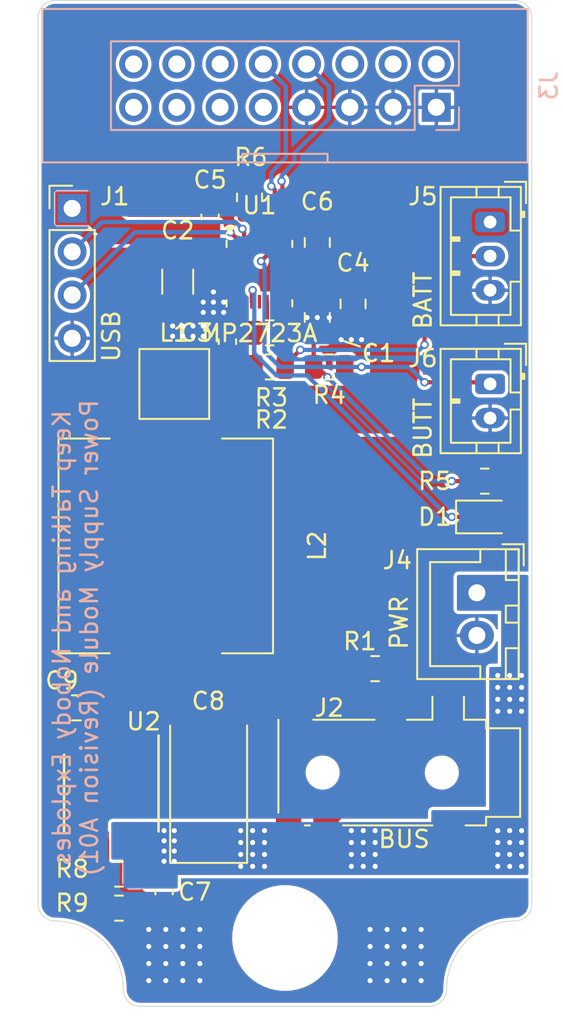
<source format=kicad_pcb>
(kicad_pcb (version 20211014) (generator pcbnew)
  (layers (0 "F.Cu" signal) (31 "B.Cu" signal) (34 "B.Paste" user) (35 "F.Paste" user) (36 "B.SilkS" user "B.Silkscreen") (37 "F.SilkS" user "F.Silkscreen") (38 "B.Mask" user) (39 "F.Mask" user) (44 "Edge.Cuts" user))
  (net 0 "")
  (net 1 "+BATT")
  (net 2 "Net-(J2-Pad3)")
  (net 3 "VBUS")
  (net 4 "VREF")
  (net 5 "Net-(C3-Pad1)")
  (net 6 "+VSW")
  (net 7 "Net-(D1-Pad1)")
  (net 8 "Net-(D1-Pad2)")
  (net 9 "+5V")
  (net 10 "USB-DM")
  (net 11 "USB-DP")
  (net 12 "Net-(J6-Pad1)")
  (net 14 "SCL")
  (net 15 "SDA")
  (net 16 "Net-(C2-Pad1)")
  (net 17 "Net-(C3-Pad2)")
  (net 18 "Net-(J2-Pad4)")
  (net 28 "Net-(J5-Pad2)")
  (net 29 "Net-(R6-Pad1)")
  (net 30 "Net-(L2-Pad2)")
  (net 31 "Net-(R2-Pad1)")
  (net 32 "Net-(R2-Pad2)")
  (net 33 "GND")
  (net 35 "Net-(R8-Pad2)")
  (footprint "MountingHole:MountingHole_3.2mm_M3" (layer "F.Cu") (at 35 75.5)
    (fp_text reference "REF**" hide)
    (fp_text value "MountingHole_3.2mm_M3")
    (pad "" np_thru_hole circle locked (at 0 0) (size 3.2 3.2) (drill 3.2) (layers *.Cu *.Mask))
  )
  (footprint "Capacitor_SMD:C_0805_2012Metric" (layer "F.Cu") (at 36.9 34.7 -90)
    (fp_text reference "C6" (at -2.4 0 180) (layer "F.SilkS"))
    (fp_text value "22uF")
    (pad "1" smd roundrect (at -0.95 0 270) (size 1 1.45) (layers "F.Cu" "F.Paste" "F.Mask") (net 33 "GND"))
    (pad "2" smd roundrect (at 0.95 0 270) (size 1 1.45) (layers "F.Cu" "F.Paste" "F.Mask") (net 1 "+BATT"))
  )
  (footprint "Connector_Audio:Jack_3.5mm_PJ311_Horizontal" (layer "F.Cu") (at 39.914 65.796 -90)
    (fp_text reference "J2" (at -3.796 2.314 -180) (layer "F.SilkS"))
    (fp_text value "BUS" (at 3.904 -2.086) (layer "F.SilkS"))
    (pad "" np_thru_hole circle (at 0 -4.3 270) (size 1.5 1.5) (drill 1.5) (layers *.Cu *.Mask))
    (pad "" np_thru_hole circle (at 0 2.7 270) (size 1.5 1.5) (drill 1.5) (layers *.Cu *.Mask))
    (pad "1" smd rect (at -3.5 -4.7 270) (size 2 1.5) (layers "F.Cu" "F.Paste" "F.Mask") (net 33 "GND"))
    (pad "2" smd rect (at 3.5 -4.7 270) (size 2 1.5) (layers "F.Cu" "F.Paste" "F.Mask") (net 9 "+5V"))
    (pad "3" smd rect (at -3.5 -1.3 270) (size 2 1.5) (layers "F.Cu" "F.Paste" "F.Mask") (net 2 "Net-(J2-Pad3)"))
    (pad "4" smd rect (at 3.5 2.5 270) (size 2 1.5) (layers "F.Cu" "F.Paste" "F.Mask") (net 18 "Net-(J2-Pad4)"))
    (pad "5" smd rect (at 3.5 4.7 270) (size 2 1.5) (layers "F.Cu" "F.Paste" "F.Mask"))
    (pad "6" smd rect (at -3.5 4.2 270) (size 2 1.5) (layers "F.Cu" "F.Paste" "F.Mask"))
  )
  (footprint "Capacitor_SMD:C_0805_2012Metric" (layer "F.Cu") (at 36.9 39.1 90)
    (fp_text reference "C1" (at -2.1 3.6 180) (layer "F.SilkS"))
    (fp_text value "10uF")
    (pad "1" smd roundrect (at -0.95 0 90) (size 1 1.45) (layers "F.Cu" "F.Paste" "F.Mask") (net 4 "VREF"))
    (pad "2" smd roundrect (at 0.95 0 90) (size 1 1.45) (layers "F.Cu" "F.Paste" "F.Mask") (net 33 "GND"))
  )
  (footprint "Connector_PinHeader_2.54mm:PinHeader_1x04_P2.54mm_Vertical" (layer "F.Cu") (at 22.5 32.7)
    (fp_text reference "J1" (at 2.5 -0.7) (layer "F.SilkS"))
    (fp_text value "USB" (at 2.3 7.5 90) (layer "F.SilkS"))
    (pad "1" thru_hole rect (at 0 0) (size 1.7 1.7) (drill 1) (layers *.Cu *.Mask) (net 3 "VBUS"))
    (pad "2" thru_hole oval (at 0 2.54) (size 1.7 1.7) (drill 1) (layers *.Cu *.Mask) (net 10 "USB-DM"))
    (pad "3" thru_hole oval (at 0 5.08) (size 1.7 1.7) (drill 1) (layers *.Cu *.Mask) (net 11 "USB-DP"))
    (pad "4" thru_hole oval (at 0 7.62) (size 1.7 1.7) (drill 1) (layers *.Cu *.Mask) (net 33 "GND"))
  )
  (footprint "Capacitor_SMD:C_0603_1608Metric" (layer "F.Cu") (at 31.62 40.52 -90)
    (fp_text reference "C3" (at -0.52 1.82 -180) (layer "F.SilkS"))
    (fp_text value "47nF")
    (pad "1" smd roundrect (at -0.775 0 270) (size 0.9 0.95) (layers "F.Cu" "F.Paste" "F.Mask") (net 5 "Net-(C3-Pad1)"))
    (pad "2" smd roundrect (at 0.775 0 270) (size 0.9 0.95) (layers "F.Cu" "F.Paste" "F.Mask") (net 17 "Net-(C3-Pad2)"))
  )
  (footprint "Resistor_SMD:R_0805_2012Metric" (layer "F.Cu") (at 25.25 73.75)
    (fp_text reference "R9" (at -2.75 -0.3) (layer "F.SilkS"))
    (fp_text value "NC")
    (pad "1" smd roundrect (at -0.9125 0) (size 1.025 1.4) (layers "F.Cu" "F.Paste" "F.Mask") (roundrect_rratio 0.243902) (net 35 "Net-(R8-Pad2)"))
    (pad "2" smd roundrect (at 0.9125 0) (size 1.025 1.4) (layers "F.Cu" "F.Paste" "F.Mask") (roundrect_rratio 0.243902) (net 33 "GND"))
  )
  (footprint "Capacitor_Tantalum_SMD:CP_EIA-7343-20_Kemet-V" (layer "F.Cu") (at 30.516 66.685 90)
    (fp_text reference "C8" (at 5.085 -0.016 180) (layer "F.SilkS"))
    (fp_text value "220uF")
    (pad "1" smd roundrect (at -3.1125 0 90) (size 2.075 2.55) (layers "F.Cu" "F.Paste" "F.Mask") (roundrect_rratio 0.120482) (net 9 "+5V"))
    (pad "2" smd roundrect (at 3.1125 0 90) (size 2.075 2.55) (layers "F.Cu" "F.Paste" "F.Mask") (roundrect_rratio 0.120482) (net 33 "GND"))
  )
  (footprint "Capacitor_SMD:C_0603_1608Metric" (layer "F.Cu") (at 30.6 33.2 90)
    (fp_text reference "C5" (at 2.175 0 180) (layer "F.SilkS"))
    (fp_text value "1uF")
    (pad "1" smd roundrect (at -0.775 0 90) (size 0.9 0.95) (layers "F.Cu" "F.Paste" "F.Mask") (net 3 "VBUS"))
    (pad "2" smd roundrect (at 0.775 0 90) (size 0.9 0.95) (layers "F.Cu" "F.Paste" "F.Mask") (net 33 "GND"))
  )
  (footprint "Capacitor_SMD:C_1206_3216Metric" (layer "F.Cu") (at 28.7 37 -90)
    (fp_text reference "C2" (at -3 0 180) (layer "F.SilkS"))
    (fp_text value "10uF")
    (pad "1" smd roundrect (at -1.475 0 270) (size 1.15 1.8) (layers "F.Cu" "F.Paste" "F.Mask") (roundrect_rratio 0.217391) (net 16 "Net-(C2-Pad1)"))
    (pad "2" smd roundrect (at 1.475 0 270) (size 1.15 1.8) (layers "F.Cu" "F.Paste" "F.Mask") (roundrect_rratio 0.217391) (net 33 "GND"))
  )
  (footprint "Resistor_SMD:R_0805_2012Metric" (layer "F.Cu") (at 32.92 32.055 90)
    (fp_text reference "R6" (at 2.355 0.08 180) (layer "F.SilkS"))
    (fp_text value "40k")
    (pad "1" smd roundrect (at -0.9125 0 90) (size 1.025 1.4) (layers "F.Cu" "F.Paste" "F.Mask") (roundrect_rratio 0.243902) (net 29 "Net-(R6-Pad1)"))
    (pad "2" smd roundrect (at 0.9125 0 90) (size 1.025 1.4) (layers "F.Cu" "F.Paste" "F.Mask") (roundrect_rratio 0.243902) (net 33 "GND"))
  )
  (footprint "Resistor_SMD:R_0805_2012Metric" (layer "F.Cu") (at 34.1 42)
    (fp_text reference "R3" (at 0.1 1.8) (layer "F.SilkS"))
    (fp_text value "3k")
    (pad "1" smd roundrect (at -0.9125 0) (size 1.025 1.4) (layers "F.Cu" "F.Paste" "F.Mask") (roundrect_rratio 0.243902) (net 32 "Net-(R2-Pad2)"))
    (pad "2" smd roundrect (at 0.9125 0) (size 1.025 1.4) (layers "F.Cu" "F.Paste" "F.Mask") (roundrect_rratio 0.243902) (net 28 "Net-(J5-Pad2)"))
  )
  (footprint "Resistor_SMD:R_0805_2012Metric" (layer "F.Cu") (at 25.25 71.75 180)
    (fp_text reference "R8" (at 2.75 0.3) (layer "F.SilkS"))
    (fp_text value "NC")
    (pad "1" smd roundrect (at -0.9125 0 180) (size 1.025 1.4) (layers "F.Cu" "F.Paste" "F.Mask") (roundrect_rratio 0.243902) (net 9 "+5V"))
    (pad "2" smd roundrect (at 0.9125 0 180) (size 1.025 1.4) (layers "F.Cu" "F.Paste" "F.Mask") (roundrect_rratio 0.243902) (net 35 "Net-(R8-Pad2)"))
  )
  (footprint "Resistor_SMD:R_0805_2012Metric" (layer "F.Cu") (at 40.295 59.7 180)
    (fp_text reference "R1" (at 0.895 1.6) (layer "F.SilkS"))
    (fp_text value "120")
    (pad "1" smd roundrect (at -0.9125 0 180) (size 1.025 1.4) (layers "F.Cu" "F.Paste" "F.Mask") (roundrect_rratio 0.243902) (net 2 "Net-(J2-Pad3)"))
    (pad "2" smd roundrect (at 0.9125 0 180) (size 1.025 1.4) (layers "F.Cu" "F.Paste" "F.Mask") (roundrect_rratio 0.243902) (net 18 "Net-(J2-Pad4)"))
  )
  (footprint "Connector_JST:JST_PH_B3B-PH-K_1x03_P2.00mm_Vertical" (layer "F.Cu") (at 47.05 33.5 -90)
    (fp_text reference "J5" (at -1.5 3.95 180) (layer "F.SilkS"))
    (fp_text value "BATT" (at 4.6 3.95 90) (layer "F.SilkS"))
    (pad "1" thru_hole roundrect (at 0 0 270) (size 1.2 1.75) (drill 0.75) (layers *.Cu *.Mask) (roundrect_rratio 0.208333) (net 1 "+BATT"))
    (pad "2" thru_hole oval (at 2 0 270) (size 1.2 1.75) (drill 0.75) (layers *.Cu *.Mask) (net 28 "Net-(J5-Pad2)"))
    (pad "3" thru_hole oval (at 4 0 270) (size 1.2 1.75) (drill 0.75) (layers *.Cu *.Mask) (net 33 "GND"))
  )
  (footprint "KTANE:MP2723AGQC-0000-P" (layer "F.Cu") (at 33.5 36.525)
    (fp_text reference "U1" (at 0 -4) (layer "F.SilkS"))
    (fp_text value "MP2723A" (at 0 3.5) (layer "F.SilkS"))
    (fp_text user "*" (at -1.7526 -2.2606) (layer "F.SilkS"))
    (fp_text user "*" (at -1.7526 -2.2606) (layer "F.SilkS"))
    (pad "1" smd roundrect (at -1.65 -1.125002) (size 0.9 0.31) (layers "F.Cu" "F.Paste" "F.Mask") (roundrect_rratio 0.15) (net 11 "USB-DP"))
    (pad "1" smd roundrect (at -1.4 -1.2875 180) (size 0.4 0.635) (layers "F.Cu" "F.Paste" "F.Mask") (roundrect_rratio 0.15) (net 11 "USB-DP"))
    (pad "2" smd rect (at -1.45 -0.675) (size 1.2 0.2) (layers "F.Cu" "F.Paste" "F.Mask") (net 3 "VBUS"))
    (pad "3" smd rect (at -1.45 -0.225001) (size 1.2 0.2) (layers "F.Cu" "F.Paste" "F.Mask") (net 16 "Net-(C2-Pad1)"))
    (pad "4" smd rect (at -1.45 0.225001) (size 1.2 0.2) (layers "F.Cu" "F.Paste" "F.Mask") (net 17 "Net-(C3-Pad2)"))
    (pad "5" smd rect (at -1.45 0.675) (size 1.2 0.2) (layers "F.Cu" "F.Paste" "F.Mask") (net 33 "GND"))
    (pad "6" smd roundrect (at -1.65 1.12) (size 0.9 0.299998) (layers "F.Cu" "F.Paste" "F.Mask") (roundrect_rratio 0.15) (net 33 "GND"))
    (pad "6" smd roundrect (at -1.4 1.285 180) (size 0.4 0.63) (layers "F.Cu" "F.Paste" "F.Mask") (roundrect_rratio 0.15) (net 33 "GND"))
    (pad "7" smd roundrect (at -1.35 1.534999 90) (size 1.129998 0.3) (layers "F.Cu" "F.Paste" "F.Mask") (roundrect_rratio 0.15) (net 33 "GND"))
    (pad "8" smd rect (at -0.900001 1.649999 90) (size 0.8 0.2) (layers "F.Cu" "F.Paste" "F.Mask") (net 5 "Net-(C3-Pad1)"))
    (pad "9" smd rect (at -0.449999 1.649999 90) (size 0.8 0.2) (layers "F.Cu" "F.Paste" "F.Mask") (net 7 "Net-(D1-Pad1)"))
    (pad "10" smd rect (at 0 1.649999 90) (size 0.8 0.2) (layers "F.Cu" "F.Paste" "F.Mask"))
    (pad "11" smd rect (at 0.449999 1.649999 90) (size 0.8 0.2) (layers "F.Cu" "F.Paste" "F.Mask") (net 32 "Net-(R2-Pad2)"))
    (pad "12" smd rect (at 0.900001 1.649999 90) (size 0.8 0.2) (layers "F.Cu" "F.Paste" "F.Mask") (net 31 "Net-(R2-Pad1)"))
    (pad "13" smd roundrect (at 1.35 1.54 90) (size 1.13 0.3) (layers "F.Cu" "F.Paste" "F.Mask") (roundrect_rratio 0.15) (net 4 "VREF"))
    (pad "14" smd roundrect (at 1.4 1.285 180) (size 0.4 0.63) (layers "F.Cu" "F.Paste" "F.Mask") (roundrect_rratio 0.15) (net 4 "VREF"))
    (pad "14" smd roundrect (at 1.65 1.125002) (size 0.9 0.31) (layers "F.Cu" "F.Paste" "F.Mask") (roundrect_rratio 0.15) (net 4 "VREF"))
    (pad "15" smd rect (at 1.45 0.675) (size 1.2 0.2) (layers "F.Cu" "F.Paste" "F.Mask") (net 33 "GND"))
    (pad "16" smd rect (at 1.45 0.225001) (size 1.2 0.2) (layers "F.Cu" "F.Paste" "F.Mask") (net 6 "+VSW"))
    (pad "17" smd rect (at 1.45 -0.225001) (size 1.2 0.2) (layers "F.Cu" "F.Paste" "F.Mask") (net 1 "+BATT"))
    (pad "18" smd rect (at 1.45 -0.675) (size 1.2 0.2) (layers "F.Cu" "F.Paste" "F.Mask") (net 33 "GND"))
    (pad "19" smd roundrect (at 1.65 -1.124999) (size 0.9 0.31) (layers "F.Cu" "F.Paste" "F.Mask") (roundrect_rratio 0.15) (net 14 "SCL"))
    (pad "19" smd roundrect (at 1.4 -1.285 180) (size 0.4 0.63) (layers "F.Cu" "F.Paste" "F.Mask") (roundrect_rratio 0.15) (net 14 "SCL"))
    (pad "20" smd roundrect (at 1.35 -1.53 90) (size 1.119998 0.3) (layers "F.Cu" "F.Paste" "F.Mask") (roundrect_rratio 0.15) (net 14 "SCL"))
    (pad "21" smd rect (at 0.900001 -1.649999 90) (size 0.8 0.2) (layers "F.Cu" "F.Paste" "F.Mask") (net 15 "SDA"))
    (pad "22" smd rect (at 0.449999 -1.649999 90) (size 0.8 0.2) (layers "F.Cu" "F.Paste" "F.Mask") (net 12 "Net-(J6-Pad1)"))
    (pad "23" smd rect (at 0 -1.649999 90) (size 0.8 0.2) (layers "F.Cu" "F.Paste" "F.Mask") (net 33 "GND"))
    (pad "24" smd rect (at -0.449999 -1.649999 90) (size 0.8 0.2) (layers "F.Cu" "F.Paste" "F.Mask") (net 29 "Net-(R6-Pad1)"))
    (pad "25" smd rect (at -0.900001 -1.649999 90) (size 0.8 0.2) (layers "F.Cu" "F.Paste" "F.Mask") (net 10 "USB-DM"))
    (pad "26" smd roundrect (at -1.35 -1.54 90) (size 1.129998 0.3) (layers "F.Cu" "F.Paste" "F.Mask") (roundrect_rratio 0.15) (net 11 "USB-DP"))
  )
  (footprint "Resistor_SMD:R_0805_2012Metric" (layer "F.Cu") (at 37.6 42 180)
    (fp_text reference "R4" (at 0 -1.65) (layer "F.SilkS"))
    (fp_text value "10k")
    (pad "1" smd roundrect (at -0.9125 0 180) (size 1.025 1.4) (layers "F.Cu" "F.Paste" "F.Mask") (roundrect_rratio 0.243902) (net 12 "Net-(J6-Pad1)"))
    (pad "2" smd roundrect (at 0.9125 0 180) (size 1.025 1.4) (layers "F.Cu" "F.Paste" "F.Mask") (roundrect_rratio 0.243902) (net 4 "VREF"))
  )
  (footprint "Resistor_SMD:R_0805_2012Metric" (layer "F.Cu") (at 46.7375 48.7 180)
    (fp_text reference "R5" (at 2.9375 0) (layer "F.SilkS"))
    (fp_text value "330")
    (pad "1" smd roundrect (at -0.9125 0 180) (size 1.025 1.4) (layers "F.Cu" "F.Paste" "F.Mask") (roundrect_rratio 0.243902) (net 8 "Net-(D1-Pad2)"))
    (pad "2" smd roundrect (at 0.9125 0 180) (size 1.025 1.4) (layers "F.Cu" "F.Paste" "F.Mask") (roundrect_rratio 0.243902) (net 4 "VREF"))
  )
  (footprint "Resistor_SMD:R_0805_2012Metric" (layer "F.Cu") (at 34.1 40 180)
    (fp_text reference "R2" (at -0.1 -5.1) (layer "F.SilkS"))
    (fp_text value "12k")
    (pad "1" smd roundrect (at -0.9125 0 180) (size 1.025 1.4) (layers "F.Cu" "F.Paste" "F.Mask") (roundrect_rratio 0.243902) (net 31 "Net-(R2-Pad1)"))
    (pad "2" smd roundrect (at 0.9125 0 180) (size 1.025 1.4) (layers "F.Cu" "F.Paste" "F.Mask") (roundrect_rratio 0.243902) (net 32 "Net-(R2-Pad2)"))
  )
  (footprint "Capacitor_SMD:C_0805_2012Metric" (layer "F.Cu") (at 22.75 62 180)
    (fp_text reference "C9" (at 0.85 1.6) (layer "F.SilkS"))
    (fp_text value "10uF")
    (pad "1" smd roundrect (at -0.95 0 180) (size 1 1.45) (layers "F.Cu" "F.Paste" "F.Mask") (net 33 "GND"))
    (pad "2" smd roundrect (at 0.95 0 180) (size 1 1.45) (layers "F.Cu" "F.Paste" "F.Mask") (net 6 "+VSW"))
  )
  (footprint "Package_SO:TSSOP-16-1EP_4.4x5mm_P0.65mm" (layer "F.Cu") (at 24.75 67 -90)
    (fp_text reference "U2" (at -4.2 -1.95 180) (layer "F.SilkS"))
    (fp_text value "TPS61032")
    (pad "1" smd rect (at -2.775 -2.275 270) (size 1.05 0.45) (layers "F.Cu" "F.Paste" "F.Mask") (net 30 "Net-(L2-Pad2)"))
    (pad "2" smd rect (at -2.775 -1.625 270) (size 1.05 0.45) (layers "F.Cu" "F.Paste" "F.Mask") (net 30 "Net-(L2-Pad2)"))
    (pad "3" smd rect (at -2.775 -0.975 270) (size 1.05 0.45) (layers "F.Cu" "F.Paste" "F.Mask") (net 33 "GND"))
    (pad "4" smd rect (at -2.775 -0.325 270) (size 1.05 0.45) (layers "F.Cu" "F.Paste" "F.Mask") (net 33 "GND"))
    (pad "5" smd rect (at -2.775 0.325 270) (size 1.05 0.45) (layers "F.Cu" "F.Paste" "F.Mask") (net 33 "GND"))
    (pad "6" smd rect (at -2.775 0.975 270) (size 1.05 0.45) (layers "F.Cu" "F.Paste" "F.Mask") (net 6 "+VSW"))
    (pad "7" smd rect (at -2.775 1.625 270) (size 1.05 0.45) (layers "F.Cu" "F.Paste" "F.Mask") (net 33 "GND"))
    (pad "8" smd rect (at -2.775 2.275 270) (size 1.05 0.45) (layers "F.Cu" "F.Paste" "F.Mask") (net 33 "GND"))
    (pad "9" smd rect (at 2.775 2.275 270) (size 1.05 0.45) (layers "F.Cu" "F.Paste" "F.Mask") (net 6 "+VSW"))
    (pad "10" smd rect (at 2.775 1.625 270) (size 1.05 0.45) (layers "F.Cu" "F.Paste" "F.Mask"))
    (pad "11" smd rect (at 2.775 0.975 270) (size 1.05 0.45) (layers "F.Cu" "F.Paste" "F.Mask") (net 33 "GND"))
    (pad "12" smd rect (at 2.775 0.325 270) (size 1.05 0.45) (layers "F.Cu" "F.Paste" "F.Mask") (net 35 "Net-(R8-Pad2)"))
    (pad "13" smd rect (at 2.775 -0.325 270) (size 1.05 0.45) (layers "F.Cu" "F.Paste" "F.Mask") (net 9 "+5V"))
    (pad "14" smd rect (at 2.775 -0.975 270) (size 1.05 0.45) (layers "F.Cu" "F.Paste" "F.Mask") (net 9 "+5V"))
    (pad "15" smd rect (at 2.775 -1.625 270) (size 1.05 0.45) (layers "F.Cu" "F.Paste" "F.Mask") (net 9 "+5V"))
    (pad "16" smd rect (at 2.775 -2.275 270) (size 1.05 0.45) (layers "F.Cu" "F.Paste" "F.Mask"))
    (pad "17" smd rect (at -0.735 -0.4475 270) (size 1.47 0.895) (layers "F.Cu" "F.Paste" "F.Mask") (net 33 "GND"))
    (pad "17" smd rect (at 0.735 -1.3425 270) (size 1.47 0.895) (layers "F.Cu" "F.Paste" "F.Mask") (net 33 "GND"))
    (pad "17" smd rect (at -0.735 0.4475 270) (size 1.47 0.895) (layers "F.Cu" "F.Paste" "F.Mask") (net 33 "GND"))
    (pad "17" smd rect (at -0.735 1.3425 270) (size 1.47 0.895) (layers "F.Cu" "F.Paste" "F.Mask") (net 33 "GND"))
    (pad "17" smd rect (at 0.735 1.3425 270) (size 1.47 0.895) (layers "F.Cu" "F.Paste" "F.Mask") (net 33 "GND"))
    (pad "17" smd rect (at 0.735 0.4475 270) (size 1.47 0.895) (layers "F.Cu" "F.Paste" "F.Mask") (net 33 "GND"))
    (pad "17" smd rect (at 0.735 -0.4475 270) (size 1.47 0.895) (layers "F.Cu" "F.Paste" "F.Mask") (net 33 "GND"))
    (pad "17" smd rect (at -0.735 -1.3425 270) (size 1.47 0.895) (layers "F.Cu" "F.Paste" "F.Mask") (net 33 "GND"))
  )
  (footprint "Connector_JST:JST_XH_B2B-XH-A_1x02_P2.50mm_Vertical" (layer "F.Cu") (at 46.275 55.25 -90)
    (fp_text reference "J4" (at -1.9 4.675 180) (layer "F.SilkS"))
    (fp_text value "PWR" (at 1.75 4.575 90) (layer "F.SilkS"))
    (pad "1" thru_hole roundrect (at 0 0 270) (size 1.7 2) (drill 1) (layers *.Cu *.Mask) (roundrect_rratio 0.147059) (net 9 "+5V"))
    (pad "2" thru_hole oval (at 2.5 0 270) (size 1.7 2) (drill 1) (layers *.Cu *.Mask) (net 33 "GND"))
  )
  (footprint "KTANE:PA5001" (layer "F.Cu") (at 28.5 43)
    (fp_text reference "L1" (at 0 -3 unlocked) (layer "F.SilkS"))
    (fp_text value "1.0uH")
    (pad "1" smd rect (at 0 -1) (size 3.8 1.05) (layers "F.Cu" "F.Paste" "F.Mask") (net 17 "Net-(C3-Pad2)"))
    (pad "2" smd rect (at 0 1) (size 3.8 1.05) (layers "F.Cu" "F.Paste" "F.Mask") (net 6 "+VSW"))
  )
  (footprint "Capacitor_SMD:C_0603_1608Metric" (layer "F.Cu") (at 27.9 72.8 90)
    (fp_text reference "C7" (at 0 1.8) (layer "F.SilkS"))
    (fp_text value "2.2uF")
    (pad "1" smd roundrect (at -0.775 0 90) (size 0.9 0.95) (layers "F.Cu" "F.Paste" "F.Mask") (net 33 "GND"))
    (pad "2" smd roundrect (at 0.775 0 90) (size 0.9 0.95) (layers "F.Cu" "F.Paste" "F.Mask") (net 9 "+5V"))
  )
  (footprint "KTANE:DR124" (layer "F.Cu") (at 28 52.5 -90)
    (fp_text reference "L2" (at 0 -8.89 -90) (layer "F.SilkS"))
    (fp_text value "6.8uH")
    (pad "1" smd rect (at -4.95 0 270) (size 3.85 5.5) (layers "F.Cu" "F.Paste" "F.Mask") (net 6 "+VSW"))
    (pad "2" smd rect (at 4.95 0 270) (size 3.85 5.5) (layers "F.Cu" "F.Paste" "F.Mask") (net 30 "Net-(L2-Pad2)"))
  )
  (footprint "Capacitor_SMD:C_0805_2012Metric" (layer "F.Cu") (at 39 38.3 -90)
    (fp_text reference "C4" (at -2.4 0 180) (layer "F.SilkS"))
    (fp_text value "22uF")
    (pad "1" smd roundrect (at -0.95 0 270) (size 1 1.45) (layers "F.Cu" "F.Paste" "F.Mask") (net 6 "+VSW"))
    (pad "2" smd roundrect (at 0.95 0 270) (size 1 1.45) (layers "F.Cu" "F.Paste" "F.Mask") (net 33 "GND"))
  )
  (footprint "Connector_JST:JST_PH_B2B-PH-K_1x02_P2.00mm_Vertical" (layer "F.Cu") (at 47.05 43 -90)
    (fp_text reference "J6" (at -1.5 3.95 180) (layer "F.SilkS"))
    (fp_text value "BUTT" (at 2.6 3.95 90) (layer "F.SilkS"))
    (pad "1" thru_hole roundrect (at 0 0 270) (size 1.2 1.75) (drill 0.75) (layers *.Cu *.Mask) (roundrect_rratio 0.208333) (net 12 "Net-(J6-Pad1)"))
    (pad "2" thru_hole oval (at 2 0 270) (size 1.2 1.75) (drill 0.75) (layers *.Cu *.Mask) (net 33 "GND"))
  )
  (footprint "LED_SMD:LED_0805_2012Metric" (layer "F.Cu") (at 46.7375 50.8)
    (fp_text reference "D1" (at -2.9375 0) (layer "F.SilkS"))
    (fp_text value "STAT")
    (pad "1" smd roundrect (at -0.9375 0) (size 0.975 1.4) (layers "F.Cu" "F.Paste" "F.Mask") (net 7 "Net-(D1-Pad1)"))
    (pad "2" smd roundrect (at 0.9375 0) (size 0.975 1.4) (layers "F.Cu" "F.Paste" "F.Mask") (net 8 "Net-(D1-Pad2)"))
  )
  (footprint "KTANE:PinHeader_2x08_P2.54mm_Vertical-Centered" (layer "B.Cu") (at 35 25.5 90)
    (fp_text reference "J3" (at 0 15.5 270) (layer "B.SilkS") (effects (justify mirror)))
    (fp_text value "In")
    (pad "1" thru_hole rect locked (at -1.27 8.89 90) (size 1.7 1.7) (drill 1) (layers *.Cu *.Mask) (net 33 "GND"))
    (pad "2" thru_hole oval locked (at 1.27 8.89 90) (size 1.7 1.7) (drill 1) (layers *.Cu *.Mask))
    (pad "3" thru_hole oval locked (at -1.27 6.35 90) (size 1.7 1.7) (drill 1) (layers *.Cu *.Mask) (net 33 "GND"))
    (pad "4" thru_hole oval locked (at 1.27 6.35 90) (size 1.7 1.7) (drill 1) (layers *.Cu *.Mask))
    (pad "5" thru_hole oval locked (at -1.27 3.81 90) (size 1.7 1.7) (drill 1) (layers *.Cu *.Mask) (net 33 "GND"))
    (pad "6" thru_hole oval locked (at 1.27 3.81 90) (size 1.7 1.7) (drill 1) (layers *.Cu *.Mask))
    (pad "7" thru_hole oval locked (at -1.27 1.27 90) (size 1.7 1.7) (drill 1) (layers *.Cu *.Mask) (net 33 "GND"))
    (pad "8" thru_hole oval locked (at 1.27 1.27 90) (size 1.7 1.7) (drill 1) (layers *.Cu *.Mask) (net 14 "SCL"))
    (pad "9" thru_hole oval locked (at -1.27 -1.27 90) (size 1.7 1.7) (drill 1) (layers *.Cu *.Mask))
    (pad "10" thru_hole oval locked (at 1.27 -1.27 90) (size 1.7 1.7) (drill 1) (layers *.Cu *.Mask) (net 15 "SDA"))
    (pad "11" thru_hole oval locked (at -1.27 -3.81 90) (size 1.7 1.7) (drill 1) (layers *.Cu *.Mask))
    (pad "12" thru_hole oval locked (at 1.27 -3.81 90) (size 1.7 1.7) (drill 1) (layers *.Cu *.Mask))
    (pad "13" thru_hole oval locked (at -1.27 -6.35 90) (size 1.7 1.7) (drill 1) (layers *.Cu *.Mask))
    (pad "14" thru_hole oval locked (at 1.27 -6.35 90) (size 1.7 1.7) (drill 1) (layers *.Cu *.Mask))
    (pad "15" thru_hole oval locked (at -1.27 -8.89 90) (size 1.7 1.7) (drill 1) (layers *.Cu *.Mask))
    (pad "16" thru_hole oval locked (at 1.27 -8.89 90) (size 1.7 1.7) (drill 1) (layers *.Cu *.Mask))
  )
  (gr_line (start 38.2 40.4) (end 39.4 40.8) (layer "F.SilkS") (width 0.12))
  (gr_line (start 21.5 20.5) (end 48.5 20.5) (layer "Edge.Cuts") (width 0.05))
  (gr_line (start 49.5 21.5) (end 49.5 73.5) (layer "Edge.Cuts") (width 0.05))
  (gr_line (start 43.5 79.5) (end 26.5 79.5) (layer "Edge.Cuts") (width 0.05))
  (gr_line (start 20.5 73.5) (end 20.5 21.5) (layer "Edge.Cuts") (width 0.05))
  (gr_arc (start 20.5 21.5) (mid 20.792893 20.792893) (end 21.5 20.5) (layer "Edge.Cuts") (width 0.05))
  (gr_arc (start 48.5 20.5) (mid 49.207107 20.792893) (end 49.5 21.5) (layer "Edge.Cuts") (width 0.05))
  (gr_arc (start 44.5 78.5) (mid 44.207107 79.207107) (end 43.5 79.5) (layer "Edge.Cuts") (width 0.05))
  (gr_arc (start 26.5 79.5) (mid 25.792893 79.207107) (end 25.5 78.5) (layer "Edge.Cuts") (width 0.05))
  (gr_arc (start 49.5 73.5) (mid 49.207107 74.207107) (end 48.5 74.5) (layer "Edge.Cuts") (width 0.05))
  (gr_arc (start 21.5 74.5) (mid 20.792893 74.207107) (end 20.5 73.5) (layer "Edge.Cuts") (width 0.05))
  (gr_arc (start 21.5 74.5) (mid 24.328427 75.671573) (end 25.5 78.5) (layer "Edge.Cuts") (width 0.05))
  (gr_arc (start 44.5 78.5) (mid 45.671573 75.671573) (end 48.5 74.5) (layer "Edge.Cuts") (width 0.05))
  (gr_text "Keep Talking and Nobody Explodes\nPower Supply Module (Revision A01)" (at 22.7 57.9 90) (layer "B.SilkS") (effects (font (size 1 1)) (justify mirror)))
  (segment (start 41.214 59.7065) (end 41.2075 59.7) (width 0.5) (layer "F.Cu") (net 2))
  (segment (start 41.214 62.296) (end 41.214 59.7065) (width 0.5) (layer "F.Cu") (net 2))
  (segment (start 44.8 48.7) (end 45.825 48.7) (width 0.25) (layer "F.Cu") (net 4))
  (segment (start 36.6875 40.2625) (end 36.9 40.05) (width 0.25) (layer "F.Cu") (net 4))
  (segment (start 36.9 42) (end 37.5 42.6) (width 0.25) (layer "F.Cu") (net 4))
  (segment (start 34.85 38.453928) (end 34.85 38.065) (width 0.25) (layer "F.Cu") (net 4))
  (segment (start 36.6875 42) (end 36.9 42) (width 0.25) (layer "F.Cu") (net 4))
  (segment (start 36.6875 42) (end 36.6875 40.2625) (width 0.25) (layer "F.Cu") (net 4))
  (segment (start 36.446072 40.05) (end 34.85 38.453928) (width 0.25) (layer "F.Cu") (net 4))
  (segment (start 36.9 40.05) (end 36.446072 40.05) (width 0.25) (layer "F.Cu") (net 4))
  (via (at 44.8 48.7) (size 0.5) (drill 0.3) (layers "F.Cu" "B.Cu") (net 4))
  (via (at 37.5 42.6) (size 0.5) (drill 0.3) (layers "F.Cu" "B.Cu") (net 4))
  (segment (start 43.6 48.7) (end 37.5 42.6) (width 0.25) (layer "B.Cu") (net 4))
  (segment (start 44.8 48.7) (end 43.6 48.7) (width 0.25) (layer "B.Cu") (net 4))
  (segment (start 31.82 39.62) (end 32.599999 38.840001) (width 0.25) (layer "F.Cu") (net 5))
  (segment (start 31.595 39.62) (end 31.82 39.62) (width 0.25) (layer "F.Cu") (net 5))
  (segment (start 32.599999 38.840001) (end 32.599999 38.149999) (width 0.25) (layer "F.Cu") (net 5))
  (segment (start 21.8 62) (end 21.8 63.2) (width 0.5) (layer "F.Cu") (net 6))
  (segment (start 21.8 48.6) (end 22.85 47.55) (width 0.5) (layer "F.Cu") (net 6))
  (segment (start 21.8 69.1) (end 22.475 69.775) (width 0.5) (layer "F.Cu") (net 6))
  (segment (start 21.8 63.2) (end 21.8 69.1) (width 0.5) (layer "F.Cu") (net 6))
  (segment (start 21.8 62) (end 21.8 48.6) (width 0.5) (layer "F.Cu") (net 6))
  (segment (start 22.85 47.55) (end 28 47.55) (width 0.5) (layer "F.Cu") (net 6))
  (segment (start 23.775 64.225) (end 23.775 63.375) (width 0.5) (layer "F.Cu") (net 6))
  (segment (start 23.775 63.375) (end 23.6 63.2) (width 0.5) (layer "F.Cu") (net 6))
  (segment (start 23.6 63.2) (end 21.8 63.2) (width 0.5) (layer "F.Cu") (net 6))
  (segment (start 44.8 50.8) (end 45.8 50.8) (width 0.25) (layer "F.Cu") (net 7))
  (segment (start 33.050001 37.549999) (end 33.1 37.5) (width 0.25) (layer "F.Cu") (net 7))
  (segment (start 33.050001 38.174999) (end 33.050001 37.549999) (width 0.25) (layer "F.Cu") (net 7))
  (via (at 33.1 37.5) (size 0.5) (drill 0.3) (layers "F.Cu" "B.Cu") (net 7))
  (via (at 44.8 50.8) (size 0.5) (drill 0.3) (layers "F.Cu" "B.Cu") (net 7))
  (segment (start 36.3 42.5) (end 44.6 50.8) (width 0.25) (layer "B.Cu") (net 7))
  (segment (start 33.1 37.5) (end 33.2 37.6) (width 0.25) (layer "B.Cu") (net 7))
  (segment (start 33.2 37.6) (end 33.2 41.2) (width 0.25) (layer "B.Cu") (net 7))
  (segment (start 44.6 50.8) (end 44.8 50.8) (width 0.25) (layer "B.Cu") (net 7))
  (segment (start 34.5 42.5) (end 36.3 42.5) (width 0.25) (layer "B.Cu") (net 7))
  (segment (start 33.2 41.2) (end 34.5 42.5) (width 0.25) (layer "B.Cu") (net 7))
  (segment (start 47.675 50.8) (end 47.675 48.725) (width 0.25) (layer "F.Cu") (net 8))
  (segment (start 47.675 48.725) (end 47.65 48.7) (width 0.25) (layer "F.Cu") (net 8))
  (via (at 48.2 60.1) (size 0.5) (drill 0.3) (layers "F.Cu" "B.Cu") (net 9))
  (via (at 38.9 69.2) (size 0.5) (drill 0.3) (layers "F.Cu" "B.Cu") (net 9))
  (via (at 48.9 70.6) (size 0.5) (drill 0.3) (layers "F.Cu" "B.Cu") (net 9))
  (via (at 33.1 71.3) (size 0.5) (drill 0.3) (layers "F.Cu" "B.Cu") (net 9))
  (via (at 38.9 71.3) (size 0.5) (drill 0.3) (layers "F.Cu" "B.Cu") (net 9))
  (via (at 48.2 62.2) (size 0.5) (drill 0.3) (layers "F.Cu" "B.Cu") (net 9))
  (via (at 48.9 62.2) (size 0.5) (drill 0.3) (layers "F.Cu" "B.Cu") (net 9))
  (via (at 48.2 71.3) (size 0.5) (drill 0.3) (layers "F.Cu" "B.Cu") (net 9))
  (via (at 47.5 62.2) (size 0.5) (drill 0.3) (layers "F.Cu" "B.Cu") (net 9))
  (via (at 40.3 69.2) (size 0.5) (drill 0.3) (layers "F.Cu" "B.Cu") (net 9))
  (via (at 39.6 69.9) (size 0.5) (drill 0.3) (layers "F.Cu" "B.Cu") (net 9))
  (via (at 40.3 71.3) (size 0.5) (drill 0.3) (layers "F.Cu" "B.Cu") (net 9))
  (via (at 38.9 70.6) (size 0.5) (drill 0.3) (layers "F.Cu" "B.Cu") (net 9))
  (via (at 39.6 71.3) (size 0.5) (drill 0.3) (layers "F.Cu" "B.Cu") (net 9))
  (via (at 48.9 69.9) (size 0.5) (drill 0.3) (layers "F.Cu" "B.Cu") (net 9))
  (via (at 28.5 70.4) (size 0.5) (drill 0.3) (layers "F.Cu" "B.Cu") (net 9))
  (via (at 48.9 60.8) (size 0.5) (drill 0.3) (layers "F.Cu" "B.Cu") (net 9))
  (via (at 48.9 60.1) (size 0.5) (drill 0.3) (layers "F.Cu" "B.Cu") (net 9))
  (via (at 39.6 70.6) (size 0.5) (drill 0.3) (layers "F.Cu" "B.Cu") (net 9))
  (via (at 40.3 69.9) (size 0.5) (drill 0.3) (layers "F.Cu" "B.Cu") (net 9))
  (via (at 47.5 69.9) (size 0.5) (drill 0.3) (layers "F.Cu" "B.Cu") (net 9))
  (via (at 33.8 71.3) (size 0.5) (drill 0.3) (layers "F.Cu" "B.Cu") (net 9))
  (via (at 48.2 69.9) (size 0.5) (drill 0.3) (layers "F.Cu" "B.Cu") (net 9))
  (via (at 32.4 71.3) (size 0.5) (drill 0.3) (layers "F.Cu" "B.Cu") (net 9))
  (via (at 48.9 71.3) (size 0.5) (drill 0.3) (layers "F.Cu" "B.Cu") (net 9))
  (via (at 27.9 70.4) (size 0.5) (drill 0.3) (layers "F.Cu" "B.Cu") (net 9))
  (via (at 48.2 70.6) (size 0.5) (drill 0.3) (layers "F.Cu" "B.Cu") (net 9))
  (via (at 27.9 69.8) (size 0.5) (drill 0.3) (layers "F.Cu" "B.Cu") (net 9))
  (via (at 32.4 69.2) (size 0.5) (drill 0.3) (layers "F.Cu" "B.Cu") (net 9))
  (via (at 48.2 60.8) (size 0.5) (drill 0.3) (layers "F.Cu" "B.Cu") (net 9))
  (via (at 47.5 60.1) (size 0.5) (drill 0.3) (layers "F.Cu" "B.Cu") (net 9))
  (via (at 32.4 70.6) (size 0.5) (drill 0.3) (layers "F.Cu" "B.Cu") (net 9))
  (via (at 47.5 61.5) (size 0.5) (drill 0.3) (layers "F.Cu" "B.Cu") (net 9))
  (via (at 39.6 69.2) (size 0.5) (drill 0.3) (layers "F.Cu" "B.Cu") (net 9))
  (via (at 27.9 71) (size 0.5) (drill 0.3) (layers "F.Cu" "B.Cu") (net 9))
  (via (at 28.5 71) (size 0.5) (drill 0.3) (layers "F.Cu" "B.Cu") (net 9))
  (via (at 48.2 69.2) (size 0.5) (drill 0.3) (layers "F.Cu" "B.Cu") (net 9))
  (via (at 47.5 60.8) (size 0.5) (drill 0.3) (layers "F.Cu" "B.Cu") (net 9))
  (via (at 32.4 69.9) (size 0.5) (drill 0.3) (layers "F.Cu" "B.Cu") (net 9))
  (via (at 48.9 61.5) (size 0.5) (drill 0.3) (layers "F.Cu" "B.Cu") (net 9))
  (via (at 48.2 61.5) (size 0.5) (drill 0.3) (layers "F.Cu" "B.Cu") (net 9))
  (via (at 47.5 71.3) (size 0.5) (drill 0.3) (layers "F.Cu" "B.Cu") (net 9))
  (via (at 33.8 69.9) (size 0.5) (drill 0.3) (layers "F.Cu" "B.Cu") (net 9))
  (via (at 33.1 69.9) (size 0.5) (drill 0.3) (layers "F.Cu" "B.Cu") (net 9))
  (via (at 48.9 69.2) (size 0.5) (drill 0.3) (layers "F.Cu" "B.Cu") (net 9))
  (via (at 38.9 69.9) (size 0.5) (drill 0.3) (layers "F.Cu" "B.Cu") (net 9))
  (via (at 33.1 70.6) (size 0.5) (drill 0.3) (layers "F.Cu" "B.Cu") (net 9))
  (via (at 47.5 69.2) (size 0.5) (drill 0.3) (layers "F.Cu" "B.Cu") (net 9))
  (via (at 28.5 69.8) (size 0.5) (drill 0.3) (layers "F.Cu" "B.Cu") (net 9))
  (via (at 33.1 69.2) (size 0.5) (drill 0.3) (layers "F.Cu" "B.Cu") (net 9))
  (via (at 47.5 70.6) (size 0.5) (drill 0.3) (layers "F.Cu" "B.Cu") (net 9))
  (via (at 28.5 69.2) (size 0.5) (drill 0.3) (layers "F.Cu" "B.Cu") (net 9))
  (via (at 33.8 69.2) (size 0.5) (drill 0.3) (layers "F.Cu" "B.Cu") (net 9))
  (via (at 40.3 70.6) (size 0.5) (drill 0.3) (layers "F.Cu" "B.Cu") (net 9))
  (via (at 33.8 70.6) (size 0.5) (drill 0.3) (layers "F.Cu" "B.Cu") (net 9))
  (via (at 27.9 69.2) (size 0.5) (drill 0.3) (layers "F.Cu" "B.Cu") (net 9))
  (segment (start 32.599999 34.875001) (end 32.599999 33.999999) (width 0.25) (layer "F.Cu") (net 10))
  (segment (start 32.599999 33.999999) (end 32.5 33.9) (width 0.25) (layer "F.Cu") (net 10))
  (via (at 32.5 33.9) (size 0.5) (drill 0.3) (layers "F.Cu" "B.Cu") (net 10))
  (segment (start 32.5 33.9) (end 32.1 33.5) (width 0.25) (layer "B.Cu") (net 10))
  (segment (start 24.24 33.5) (end 22.5 35.24) (width 0.25) (layer "B.Cu") (net 10))
  (segment (start 32.1 33.5) (end 24.24 33.5) (width 0.25) (layer "B.Cu") (net 10))
  (segment (start 32.025002 35.374998) (end 31.85 35.374998) (width 0.25) (layer "F.Cu") (net 11))
  (segment (start 32.15 34.45) (end 31.8 34.1) (width 0.25) (layer "F.Cu") (net 11))
  (segment (start 32.15 34.850001) (end 32.15 35.25) (width 0.25) (layer "F.Cu") (net 11))
  (segment (start 32.15 34.985) (end 32.15 34.45) (width 0.25) (layer "F.Cu") (net 11))
  (segment (start 32.15 35.25) (end 32.025002 35.374998) (width 0.25) (layer "F.Cu") (net 11))
  (via (at 31.8 34.1) (size 0.5) (drill 0.3) (layers "F.Cu" "B.Cu") (net 11))
  (segment (start 26.18 34.1) (end 31.8 34.1) (width 0.25) (layer "B.Cu") (net 11))
  (segment (start 22.5 37.78) (end 26.18 34.1) (width 0.25) (layer "B.Cu") (net 11))
  (segment (start 43.2 42.9) (end 46.95 42.9) (width 0.25) (layer "F.Cu") (net 12))
  (segment (start 39.5 42) (end 38.5125 42) (width 0.25) (layer "F.Cu") (net 12))
  (segment (start 33.7 35.7) (end 33.949999 35.450001) (width 0.25) (layer "F.Cu") (net 12))
  (segment (start 46.95 42.9) (end 47.05 43) (width 0.25) (layer "F.Cu") (net 12))
  (segment (start 33.949999 35.450001) (end 33.949999 34.850001) (width 0.25) (layer "F.Cu") (net 12))
  (via (at 33.6 35.8) (size 0.5) (drill 0.3) (layers "F.Cu" "B.Cu") (net 12))
  (via (at 39.5 42) (size 0.5) (drill 0.3) (layers "F.Cu" "B.Cu") (net 12))
  (via (at 43.2 42.9) (size 0.5) (drill 0.3) (layers "F.Cu" "B.Cu") (net 12))
  (segment (start 33.6 35.8) (end 33.8 36) (width 0.25) (layer "B.Cu") (net 12))
  (segment (start 33.8 36) (end 33.8 41.1) (width 0.25) (layer "B.Cu") (net 12))
  (segment (start 39.5 42) (end 42.3 42) (width 0.25) (layer "B.Cu") (net 12))
  (segment (start 34.7 42) (end 39.5 42) (width 0.25) (layer "B.Cu") (net 12))
  (segment (start 34.7 42) (end 33.8 41.1) (width 0.25) (layer "B.Cu") (net 12))
  (segment (start 42.3 42) (end 43.2 42.9) (width 0.25) (layer "B.Cu") (net 12))
  (segment (start 34.85 31.25) (end 34.85 34.995) (width 0.25) (layer "F.Cu") (net 14))
  (segment (start 34.8 31.1) (end 34.85 31.25) (width 0.25) (layer "F.Cu") (net 14))
  (via (at 34.8 31.1) (size 0.5) (drill 0.3) (layers "F.Cu" "B.Cu") (net 14))
  (segment (start 35.56 29.972) (end 35.56 29.464) (width 0.25) (layer "B.Cu") (net 14))
  (segment (start 37.592 27.432) (end 37.592 25.552) (width 0.25) (layer "B.Cu") (net 14))
  (segment (start 35.56 29.464) (end 37.592 27.432) (width 0.25) (layer "B.Cu") (net 14))
  (segment (start 37.592 25.552) (end 36.27 24.23) (width 0.25) (layer "B.Cu") (net 14))
  (segment (start 34.8 31.1) (end 34.8 30.8) (width 0.25) (layer "B.Cu") (net 14))
  (segment (start 34.8 30.8) (end 35.56 29.972) (width 0.25) (layer "B.Cu") (net 14))
  (segment (start 34.4 31.6) (end 34.400001 34.875001) (width 0.25) (layer "F.Cu") (net 15))
  (segment (start 34.2 31.4) (end 34.4 31.6) (width 0.25) (layer "F.Cu") (net 15))
  (via (at 34.2 31.4) (size 0.5) (drill 0.3) (layers "F.Cu" "B.Cu") (net 15))
  (segment (start 34.2 30.6) (end 35.052 29.718) (width 0.25) (layer "B.Cu") (net 15))
  (segment (start 35.052 29.718) (end 35.052 25.552) (width 0.25) (layer "B.Cu") (net 15))
  (segment (start 34.2 31.4) (end 34.2 30.6) (width 0.25) (layer "B.Cu") (net 15))
  (segment (start 35.052 25.552) (end 33.73 24.23) (width 0.25) (layer "B.Cu") (net 15))
  (segment (start 30.699999 36.299999) (end 32.05 36.299999) (width 0.25) (layer "F.Cu") (net 16))
  (segment (start 29.925 35.525) (end 30.699999 36.299999) (width 0.25) (layer "F.Cu") (net 16))
  (segment (start 28.7 35.525) (end 29.925 35.525) (width 0.25) (layer "F.Cu") (net 16))
  (segment (start 39.3825 67.0775) (end 39.3825 59.7) (width 0.5) (layer "F.Cu") (net 18))
  (segment (start 37.414 69.046) (end 39.3825 67.0775) (width 0.5) (layer "F.Cu") (net 18))
  (segment (start 37.414 69.296) (end 37.414 69.046) (width 0.5) (layer "F.Cu") (net 18))
  (segment (start 44 35.5) (end 47.05 35.5) (width 0.25) (layer "F.Cu") (net 28))
  (segment (start 35.0125 41.8875) (end 35.9 41) (width 0.25) (layer "F.Cu") (net 28))
  (segment (start 43.2 36.4) (end 44 35.5) (width 0.25) (layer "F.Cu") (net 28))
  (segment (start 35.0125 42) (end 35.0125 41.8875) (width 0.25) (layer "F.Cu") (net 28))
  (segment (start 43.2 40.7) (end 43.2 36.4) (width 0.25) (layer "F.Cu") (net 28))
  (via (at 43.2 40.7) (size 0.5) (drill 0.3) (layers "F.Cu" "B.Cu") (net 28))
  (via (at 35.9 41) (size 0.5) (drill 0.3) (layers "F.Cu" "B.Cu") (net 28))
  (segment (start 35.9 41) (end 42.9 41) (width 0.25) (layer "B.Cu") (net 28))
  (segment (start 42.9 41) (end 43.2 40.7) (width 0.25) (layer "B.Cu") (net 28))
  (segment (start 33.050001 34.875001) (end 33.050001 33.097501) (width 0.25) (layer "F.Cu") (net 29))
  (segment (start 33.050001 33.097501) (end 32.92 32.9675) (width 0.25) (layer "F.Cu") (net 29))
  (segment (start 34.400001 38.174999) (end 34.400001 39.387501) (width 0.25) (layer "F.Cu") (net 31))
  (segment (start 34.400001 39.387501) (end 35.0125 40) (width 0.25) (layer "F.Cu") (net 31))
  (segment (start 33.1875 40) (end 33.1875 42) (width 0.25) (layer "F.Cu") (net 32))
  (segment (start 33.949999 39.249999) (end 33.199998 40) (width 0.25) (layer "F.Cu") (net 32))
  (segment (start 33.199998 40) (end 33.1875 40) (width 0.25) (layer "F.Cu") (net 32))
  (segment (start 33.949999 38.174999) (end 33.949999 39.249999) (width 0.25) (layer "F.Cu") (net 32))
  (via (at 30.2 38.2) (size 0.5) (drill 0.3) (layers "F.Cu" "B.Cu") (net 33))
  (via (at 43 78) (size 0.5) (drill 0.3) (layers "F.Cu" "B.Cu") (net 33))
  (via (at 28 77) (size 0.5) (drill 0.3) (layers "F.Cu" "B.Cu") (net 33))
  (via (at 42 75) (size 0.5) (drill 0.3) (layers "F.Cu" "B.Cu") (net 33))
  (via (at 41 75) (size 0.5) (drill 0.3) (layers "F.Cu" "B.Cu") (net 33))
  (via (at 28 78) (size 0.5) (drill 0.3) (layers "F.Cu" "B.Cu") (net 33))
  (via (at 31.4 38.2) (size 0.5) (drill 0.3) (layers "F.Cu" "B.Cu") (net 33))
  (via (at 43 76) (size 0.5) (drill 0.3) (layers "F.Cu" "B.Cu") (net 33))
  (via (at 42 78) (size 0.5) (drill 0.3) (layers "F.Cu" "B.Cu") (net 33))
  (via (at 30 76) (size 0.5) (drill 0.3) (layers "F.Cu" "B.Cu") (net 33))
  (via (at 28.4 40.2) (size 0.5) (drill 0.3) (layers "F.Cu" "B.Cu") (net 33))
  (via (at 28 76) (size 0.5) (drill 0.3) (layers "F.Cu" "B.Cu") (net 33))
  (via (at 28 75) (size 0.5) (drill 0.3) (layers "F.Cu" "B.Cu") (net 33))
  (via (at 27 76) (size 0.5) (drill 0.3) (layers "F.Cu" "B.Cu") (net 33))
  (via (at 39.5 40.4) (size 0.5) (drill 0.3) (layers "F.Cu" "B.Cu") (net 33))
  (via (at 29 76) (size 0.5) (drill 0.3) (layers "F.Cu" "B.Cu") (net 33))
  (via (at 30.2 38.8) (size 0.5) (drill 0.3) (layers "F.Cu" "B.Cu") (net 33))
  (via (at 30.8 37.6) (size 0.5) (drill 0.3) (layers "F.Cu" "B.Cu") (net 33))
  (via (at 27 77) (size 0.5) (drill 0.3) (layers "F.Cu" "B.Cu") (net 33))
  (via (at 37.6 39.1) (size 0.5) (drill 0.3) (layers "F.Cu" "B.Cu") (net 33))
  (via (at 30.8 38.2) (size 0.5) (drill 0.3) (layers "F.Cu" "B.Cu") (net 33))
  (via (at 29.6 39.6) (size 0.5) (drill 0.3) (layers "F.Cu" "B.Cu") (net 33))
  (via (at 43 77) (size 0.5) (drill 0.3) (layers "F.Cu" "B.Cu") (net 33))
  (via (at 40 77) (size 0.5) (drill 0.3) (layers "F.Cu" "B.Cu") (net 33))
  (via (at 40 78) (size 0.5) (drill 0.3) (layers "F.Cu" "B.Cu") (net 33))
  (via (at 41 76) (size 0.5) (drill 0.3) (layers "F.Cu" "B.Cu") (net 33))
  (via (at 29 78) (size 0.5) (drill 0.3) (layers "F.Cu" "B.Cu") (net 33))
  (via (at 42 76) (size 0.5) (drill 0.3) (layers "F.Cu" "B.Cu") (net 33))
  (via (at 40 75) (size 0.5) (drill 0.3) (layers "F.Cu" "B.Cu") (net 33))
  (via (at 30 78) (size 0.5) (drill 0.3) (layers "F.Cu" "B.Cu") (net 33))
  (via (at 36.9 39.1) (size 0.5) (drill 0.3) (layers "F.Cu" "B.Cu") (net 33))
  (via (at 29 40.2) (size 0.5) (drill 0.3) (layers "F.Cu" "B.Cu") (net 33))
  (via (at 38.3 40.4) (size 0.5) (drill 0.3) (layers "F.Cu" "B.Cu") (net 33))
  (via (at 30.8 38.8) (size 0.5) (drill 0.3) (layers "F.Cu" "B.Cu") (net 33))
  (via (at 29 77) (size 0.5) (drill 0.3) (layers "F.Cu" "B.Cu") (net 33))
  (via (at 30.2 40.2) (size 0.5) (drill 0.3) (layers "F.Cu" "B.Cu") (net 33))
  (via (at 30.2 39.6) (size 0.5) (drill 0.3) (layers "F.Cu" "B.Cu") (net 33))
  (via (at 41 78) (size 0.5) (drill 0.3) (layers "F.Cu" "B.Cu") (net 33))
  (via (at 27 78) (size 0.5) (drill 0.3) (layers "F.Cu" "B.Cu") (net 33))
  (via (at 40 76) (size 0.5) (drill 0.3) (layers "F.Cu" "B.Cu") (net 33))
  (via (at 38.9 40.4) (size 0.5) (drill 0.3) (layers "F.Cu" "B.Cu") (net 33))
  (via (at 31.4 38.8) (size 0.5) (drill 0.3) (layers "F.Cu" "B.Cu") (net 33))
  (via (at 43 75) (size 0.5) (drill 0.3) (layers "F.Cu" "B.Cu") (net 33))
  (via (at 41 77) (size 0.5) (drill 0.3) (layers "F.Cu" "B.Cu") (net 33))
  (via (at 36.3 39.1) (size 0.5) (drill 0.3) (layers "F.Cu" "B.Cu") (net 33))
  (via (at 42 77) (size 0.5) (drill 0.3) (layers "F.Cu" "B.Cu") (net 33))
  (via (at 27 75) (size 0.5) (drill 0.3) (layers "F.Cu" "B.Cu") (net 33))
  (via (at 28.4 39.6) (size 0.5) (drill 0.3) (layers "F.Cu" "B.Cu") (net 33))
  (via (at 29.6 40.2) (size 0.5) (drill 0.3) (layers "F.Cu" "B.Cu") (net 33))
  (via (at 30 77) (size 0.5) (drill 0.3) (layers "F.Cu" "B.Cu") (net 33))
  (via (at 30 75) (size 0.5) (drill 0.3) (layers "F.Cu" "B.Cu") (net 33))
  (via (at 29 39.6) (size 0.5) (drill 0.3) (layers "F.Cu" "B.Cu") (net 33))
  (via (at 29 75) (size 0.5) (drill 0.3) (layers "F.Cu" "B.Cu") (net 33))
  (segment (start 24.3375 71.75) (end 24.3375 73.75) (width 0.5) (layer "F.Cu") (net 35))
  (segment (start 24.425 71.6625) (end 24.3375 71.75) (width 0.5) (layer "F.Cu") (net 35))
  (segment (start 24.425 69.775) (end 24.425 71.6625) (width 0.5) (layer "F.Cu") (net 35))
  (zone (net 33) (net_name "GND") (layers F&B.Cu) (name "Gnd") (connect_pads (clearance 0.2)) (min_thickness 0.1) (fill yes (thermal_gap 0.2) (thermal_bridge_width 0.2))
    (polygon (pts (xy 49.5 79.5) (xy 20.5 79.5) (xy 20.5 20.5) (xy 49.5 20.5)))
  )
  (zone (net 17) (net_name "Net-(C3-Pad2)") (layer "F.Cu") (name "Net-(C3-Pad2)") (priority 1) (connect_pads (clearance 0.2)) (min_thickness 0.1) (fill yes (thermal_gap 0.2) (thermal_bridge_width 0.2))
    (polygon (pts (xy 30.7 36.65) (xy 32.65 36.65) (xy 32.65 36.75) (xy 32.65 36.85) (xy 31.45 36.85) (xy 29.8 37.75) (xy 27.65 37.75) (xy 27.65 39.3) (xy 27.65 40.6) (xy 30.8 40.6) (xy 32.35 40.6) (xy 32.35 42.85) (xy 25.8 42.85) (xy 25.8 36.25) (xy 30.3 36.25)))
  )
  (zone (net 6) (net_name "+VSW") (layer "F.Cu") (name "Net-(C3-Pad2)") (priority 1) (connect_pads yes (clearance 0.2)) (min_thickness 0.1) (fill yes (thermal_gap 0.2) (thermal_bridge_width 0.2))
    (polygon (pts (xy 42.9 45.9) (xy 31.2 45.9) (xy 31.2 49.9) (xy 24.8 49.9) (xy 24.8 43.1) (xy 40 43.1) (xy 40 38.4) (xy 37.8 38.4) (xy 37.8 37.5) (xy 36.45 37.5) (xy 35.65 36.85) (xy 34.4 36.85) (xy 34.4 36.65) (xy 35.65 36.65) (xy 36.05 36.7) (xy 38.25 36.7) (xy 39.1 36.2) (xy 42.9 36.2)))
  )
  (zone (net 30) (net_name "Net-(L2-Pad2)") (layer "F.Cu") (name "Higher") (priority 1) (connect_pads (clearance 0.2)) (min_thickness 0.2) (fill yes (thermal_gap 0.2) (thermal_bridge_width 0.2))
    (polygon (pts (xy 31.2 60.1) (xy 30.2 60.9) (xy 27.3 63.5) (xy 27.3 64.8) (xy 26.1 64.8) (xy 26.1 63.5) (xy 24.8 60.9) (xy 24.8 55.1) (xy 31.2 55.1)))
  )
  (zone (net 3) (net_name "VBUS") (layer "F.Cu") (name "VBUS") (priority 1) (connect_pads yes (clearance 0.2)) (min_thickness 0.2) (fill yes (thermal_gap 0.2) (thermal_bridge_width 0.2))
    (polygon (pts (xy 25.7 33.4) (xy 31.2 33.4) (xy 31.2 35.75) (xy 32.65 35.75) (xy 32.65 35.95) (xy 30.7 35.95) (xy 30 35.2) (xy 29.7 34.9) (xy 29.6 34.8) (xy 24.6 34.8) (xy 23.5 33.7) (xy 21.5 33.7) (xy 21.5 31.7) (xy 23.5 31.7)))
  )
  (zone (net 9) (net_name "+5V") (layers F&B.Cu) (name "Higher") (priority 1) (connect_pads (clearance 0.2)) (min_thickness 0.2) (fill yes (thermal_gap 0.2) (thermal_bridge_width 0.2))
    (polygon (pts (xy 49.4 71.8) (xy 28.7 71.8) (xy 28.7 72.6) (xy 25.5 72.6) (xy 25.5 70.9) (xy 24.8 70.9) (xy 24.8 68.7) (xy 29.1 68.7) (xy 43.6 68.7) (xy 43.6 68) (xy 47 68) (xy 47 59.6) (xy 47.7 59.6) (xy 47.7 56.3) (xy 45.1 56.3) (xy 45.1 54.2) (xy 49.4 54.2)))
  )
  (zone (net 1) (net_name "+BATT") (layer "F.Cu") (name "Net-(C3-Pad2)") (priority 1) (connect_pads yes (clearance 0.2)) (min_thickness 0.1) (fill yes (thermal_gap 0.2) (thermal_bridge_width 0.2))
    (polygon (pts (xy 39.2 34.2) (xy 42.2 34.2) (xy 43.7 32.55) (xy 48.25 32.55) (xy 48.25 34.45) (xy 44.5 34.45) (xy 43.1 35.9) (xy 39.1 35.9) (xy 38.2 36.4) (xy 36 36.4) (xy 35.6 36.4) (xy 34.4 36.4) (xy 34.4 36.2) (xy 35.6 36.2) (xy 35.8 35.8) (xy 35.8 34.9) (xy 37.8 34.9)))
  )
)
</source>
